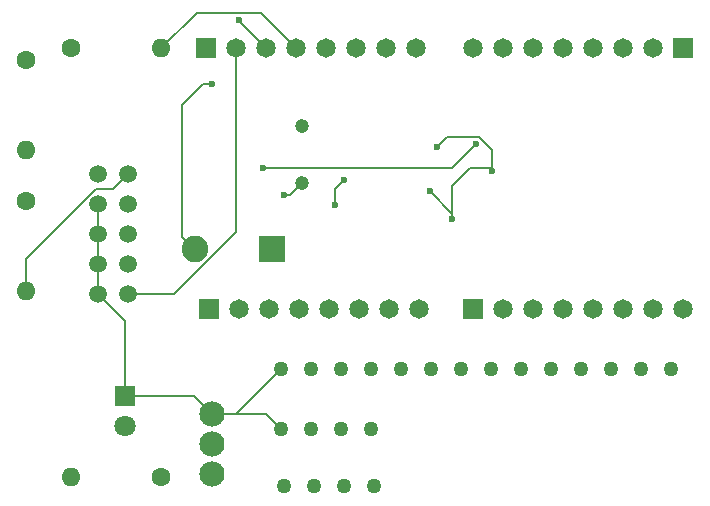
<source format=gbr>
%TF.GenerationSoftware,KiCad,Pcbnew,8.0.4*%
%TF.CreationDate,2024-08-01T20:05:25+05:30*%
%TF.ProjectId,Atmega32,41746d65-6761-4333-922e-6b696361645f,rev?*%
%TF.SameCoordinates,Original*%
%TF.FileFunction,Copper,L2,Bot*%
%TF.FilePolarity,Positive*%
%FSLAX46Y46*%
G04 Gerber Fmt 4.6, Leading zero omitted, Abs format (unit mm)*
G04 Created by KiCad (PCBNEW 8.0.4) date 2024-08-01 20:05:25*
%MOMM*%
%LPD*%
G01*
G04 APERTURE LIST*
%TA.AperFunction,ComponentPad*%
%ADD10C,1.498600*%
%TD*%
%TA.AperFunction,ComponentPad*%
%ADD11R,1.651000X1.651000*%
%TD*%
%TA.AperFunction,ComponentPad*%
%ADD12C,1.651000*%
%TD*%
%TA.AperFunction,ComponentPad*%
%ADD13C,2.133600*%
%TD*%
%TA.AperFunction,ComponentPad*%
%ADD14R,1.800000X1.800000*%
%TD*%
%TA.AperFunction,ComponentPad*%
%ADD15C,1.800000*%
%TD*%
%TA.AperFunction,ComponentPad*%
%ADD16C,1.600000*%
%TD*%
%TA.AperFunction,ComponentPad*%
%ADD17O,1.600000X1.600000*%
%TD*%
%TA.AperFunction,ComponentPad*%
%ADD18R,2.250000X2.250000*%
%TD*%
%TA.AperFunction,ComponentPad*%
%ADD19C,2.250000*%
%TD*%
%TA.AperFunction,ComponentPad*%
%ADD20C,1.270000*%
%TD*%
%TA.AperFunction,ComponentPad*%
%ADD21C,1.193800*%
%TD*%
%TA.AperFunction,ViaPad*%
%ADD22C,0.600000*%
%TD*%
%TA.AperFunction,Conductor*%
%ADD23C,0.200000*%
%TD*%
G04 APERTURE END LIST*
D10*
%TO.P,prog1,1,1*%
%TO.N,/MOSI*%
X144018000Y-52070000D03*
%TO.P,prog1,2,2*%
%TO.N,+5*%
X141478000Y-52070000D03*
%TO.P,prog1,3,3*%
%TO.N,unconnected-(prog1-Pad3)*%
X144018000Y-54610000D03*
%TO.P,prog1,4,4*%
%TO.N,GND*%
X141478000Y-54610000D03*
%TO.P,prog1,5,5*%
%TO.N,/RESET*%
X144018000Y-57150000D03*
%TO.P,prog1,6,6*%
%TO.N,GND*%
X141478000Y-57150000D03*
%TO.P,prog1,7,7*%
%TO.N,/SCK*%
X144018000Y-59690000D03*
%TO.P,prog1,8,8*%
%TO.N,GND*%
X141478000Y-59690000D03*
%TO.P,prog1,9,9*%
%TO.N,/MISO*%
X144018000Y-62230000D03*
%TO.P,prog1,10,10*%
%TO.N,GND*%
X141478000Y-62230000D03*
%TD*%
D11*
%TO.P,PA1,1,1*%
%TO.N,Net-(U1-PA7_(ADC7))*%
X191008000Y-41402000D03*
D12*
%TO.P,PA1,2,2*%
%TO.N,Net-(U1-PA6_(ADC6))*%
X188468000Y-41402000D03*
%TO.P,PA1,3,3*%
%TO.N,Net-(U1-PA5_(ADC5))*%
X185928000Y-41402000D03*
%TO.P,PA1,4,4*%
%TO.N,Net-(U1-PA4_(ADC4))*%
X183388000Y-41402000D03*
%TO.P,PA1,5,5*%
%TO.N,Net-(U1-PA3_(ADC3))*%
X180848000Y-41402000D03*
%TO.P,PA1,6,6*%
%TO.N,Net-(U1-PA2_(ADC2))*%
X178308000Y-41402000D03*
%TO.P,PA1,7,7*%
%TO.N,Net-(U1-PA1_(ADC1))*%
X175768000Y-41402000D03*
%TO.P,PA1,8,8*%
%TO.N,Net-(U1-PA0_(ADC0))*%
X173228000Y-41402000D03*
%TD*%
D13*
%TO.P,R3,1,CCW*%
%TO.N,GND*%
X151130000Y-72390000D03*
%TO.P,R3,2,WIPER*%
%TO.N,Net-(R3-WIPER)*%
X151130000Y-74930000D03*
%TO.P,R3,3,CW*%
%TO.N,+5*%
X151130000Y-77470000D03*
%TD*%
D14*
%TO.P,D1,1,C*%
%TO.N,GND*%
X143764000Y-70866000D03*
D15*
%TO.P,D1,2,A*%
%TO.N,Net-(D1-A)*%
X143764000Y-73406000D03*
%TD*%
D11*
%TO.P,PD1,1,1*%
%TO.N,Net-(U1-PD0_(RXD))*%
X150876000Y-63500000D03*
D12*
%TO.P,PD1,2,2*%
%TO.N,Net-(U1-PD1_(TXD))*%
X153416000Y-63500000D03*
%TO.P,PD1,3,3*%
%TO.N,Net-(U1-PD2_(INT0))*%
X155956000Y-63500000D03*
%TO.P,PD1,4,4*%
%TO.N,Net-(U1-PD3_(INT1))*%
X158496000Y-63500000D03*
%TO.P,PD1,5,5*%
%TO.N,Net-(U1-PD4_(OC1B))*%
X161036000Y-63500000D03*
%TO.P,PD1,6,6*%
%TO.N,/EN*%
X163576000Y-63500000D03*
%TO.P,PD1,7,7*%
%TO.N,/RW*%
X166116000Y-63500000D03*
%TO.P,PD1,8,8*%
%TO.N,/RS*%
X168656000Y-63500000D03*
%TD*%
D16*
%TO.P,R1,1,1*%
%TO.N,+5*%
X135382000Y-42418000D03*
D17*
%TO.P,R1,2,2*%
%TO.N,/RESET*%
X135382000Y-50038000D03*
%TD*%
D18*
%TO.P,SW1,1,1*%
%TO.N,GND*%
X156158000Y-58420000D03*
D19*
%TO.P,SW1,2,2*%
%TO.N,/RESET*%
X149658000Y-58420000D03*
%TD*%
D11*
%TO.P,PC1,1,1*%
%TO.N,/DO*%
X173228000Y-63500000D03*
D12*
%TO.P,PC1,2,2*%
%TO.N,/D1*%
X175768000Y-63500000D03*
%TO.P,PC1,3,3*%
%TO.N,/D2*%
X178308000Y-63500000D03*
%TO.P,PC1,4,4*%
%TO.N,/D3*%
X180848000Y-63500000D03*
%TO.P,PC1,5,5*%
%TO.N,/D4*%
X183388000Y-63500000D03*
%TO.P,PC1,6,6*%
%TO.N,/D5*%
X185928000Y-63500000D03*
%TO.P,PC1,7,7*%
%TO.N,/D6*%
X188468000Y-63500000D03*
%TO.P,PC1,8,8*%
%TO.N,/D7*%
X191008000Y-63500000D03*
%TD*%
D20*
%TO.P,lcd1,1,1*%
%TO.N,GND*%
X156972000Y-68580000D03*
%TO.P,lcd1,2,2*%
%TO.N,+5*%
X159512000Y-68580000D03*
%TO.P,lcd1,3,3*%
%TO.N,Net-(R3-WIPER)*%
X162052000Y-68580000D03*
%TO.P,lcd1,4,4*%
%TO.N,/RS*%
X164592000Y-68580000D03*
%TO.P,lcd1,5,5*%
%TO.N,/RW*%
X167132000Y-68580000D03*
%TO.P,lcd1,6,6*%
%TO.N,/EN*%
X169672000Y-68580000D03*
%TO.P,lcd1,7,7*%
%TO.N,/DO*%
X172212000Y-68580000D03*
%TO.P,lcd1,8,8*%
%TO.N,/D1*%
X174752000Y-68580000D03*
%TO.P,lcd1,9,9*%
%TO.N,/D2*%
X177292000Y-68580000D03*
%TO.P,lcd1,10,10*%
%TO.N,/D3*%
X179832000Y-68580000D03*
%TO.P,lcd1,11,11*%
%TO.N,/D4*%
X182372000Y-68580000D03*
%TO.P,lcd1,12,12*%
%TO.N,/D5*%
X184912000Y-68580000D03*
%TO.P,lcd1,13,13*%
%TO.N,/D6*%
X187452000Y-68580000D03*
%TO.P,lcd1,14,14*%
%TO.N,/D7*%
X189992000Y-68580000D03*
%TD*%
D11*
%TO.P,PB1,1,1*%
%TO.N,/SCK*%
X150622000Y-41402000D03*
D12*
%TO.P,PB1,2,2*%
%TO.N,/MISO*%
X153162000Y-41402000D03*
%TO.P,PB1,3,3*%
%TO.N,/MOSI*%
X155702000Y-41402000D03*
%TO.P,PB1,4,4*%
%TO.N,Net-(U1-PB4_(~{SS}))*%
X158242000Y-41402000D03*
%TO.P,PB1,5,5*%
%TO.N,Net-(U1-PB3_(OC0{slash}AIN1))*%
X160782000Y-41402000D03*
%TO.P,PB1,6,6*%
%TO.N,Net-(U1-PB2_(INT2{slash}AIN0))*%
X163322000Y-41402000D03*
%TO.P,PB1,7,7*%
%TO.N,Net-(U1-PB1_(T1))*%
X165862000Y-41402000D03*
%TO.P,PB1,8,8*%
%TO.N,Net-(U1-PB0_(XCK{slash}T0))*%
X168402000Y-41402000D03*
%TD*%
D16*
%TO.P,R5,1,1*%
%TO.N,+5*%
X135382000Y-54356000D03*
D17*
%TO.P,R5,2,2*%
%TO.N,/MOSI*%
X135382000Y-61976000D03*
%TD*%
D20*
%TO.P,v1,1,1*%
%TO.N,+5*%
X157226000Y-78486000D03*
%TO.P,v1,2,2*%
X159766000Y-78486000D03*
%TO.P,v1,3,3*%
X162306000Y-78486000D03*
%TO.P,v1,4,4*%
X164846000Y-78486000D03*
%TD*%
D21*
%TO.P,Y1,1,1*%
%TO.N,Net-(U1-XTAL2)*%
X158750000Y-52832000D03*
%TO.P,Y1,2,2*%
%TO.N,Net-(U1-XTAL1)*%
X158750000Y-47951999D03*
%TD*%
D16*
%TO.P,R4,1,1*%
%TO.N,+5*%
X139192000Y-41402000D03*
D17*
%TO.P,R4,2,2*%
%TO.N,Net-(U1-PB4_(~{SS}))*%
X146812000Y-41402000D03*
%TD*%
D20*
%TO.P,g1,1,1*%
%TO.N,GND*%
X156972000Y-73660000D03*
%TO.P,g1,2,2*%
X159512000Y-73660000D03*
%TO.P,g1,3,3*%
X162052000Y-73660000D03*
%TO.P,g1,4,4*%
X164592000Y-73660000D03*
%TD*%
D16*
%TO.P,R2,1,1*%
%TO.N,Net-(D1-A)*%
X146812000Y-77724000D03*
D17*
%TO.P,R2,2,2*%
%TO.N,+5*%
X139192000Y-77724000D03*
%TD*%
D22*
%TO.N,/RESET*%
X151130000Y-44450000D03*
%TO.N,/MOSI*%
X153416000Y-39024000D03*
%TO.N,GND*%
X171450000Y-55880000D03*
X169531000Y-53481000D03*
X162306000Y-52578000D03*
X161544000Y-54666000D03*
X174826265Y-51741735D03*
X170180000Y-49784000D03*
%TO.N,Net-(U1-XTAL2)*%
X157226000Y-53848000D03*
%TO.N,Net-(U1-AREF)*%
X173482000Y-49530000D03*
X155448000Y-51562000D03*
%TD*%
D23*
%TO.N,/RESET*%
X148590000Y-57352000D02*
X149658000Y-58420000D01*
X148590000Y-46228000D02*
X148590000Y-57352000D01*
X150368000Y-44450000D02*
X148590000Y-46228000D01*
X151130000Y-44450000D02*
X150368000Y-44450000D01*
%TO.N,Net-(U1-PB4_(~{SS}))*%
X155264000Y-38424000D02*
X158242000Y-41402000D01*
X149790000Y-38424000D02*
X155264000Y-38424000D01*
X146812000Y-41402000D02*
X149790000Y-38424000D01*
%TO.N,/MOSI*%
X153416000Y-39024000D02*
X153416000Y-39116000D01*
X142748000Y-53340000D02*
X144018000Y-52070000D01*
X135382000Y-61976000D02*
X135382000Y-59222065D01*
X141264065Y-53340000D02*
X142748000Y-53340000D01*
X153416000Y-39116000D02*
X155702000Y-41402000D01*
X135382000Y-59222065D02*
X141264065Y-53340000D01*
%TO.N,GND*%
X143764000Y-64516000D02*
X143764000Y-70866000D01*
X171450000Y-53086000D02*
X172974000Y-51562000D01*
X170180000Y-49784000D02*
X171034000Y-48930000D01*
X161544000Y-54666000D02*
X161544000Y-53340000D01*
X151130000Y-72390000D02*
X153162000Y-72390000D01*
X141478000Y-59690000D02*
X141478000Y-57150000D01*
X161544000Y-53340000D02*
X162306000Y-52578000D01*
X174646530Y-51562000D02*
X174826265Y-51741735D01*
X169531000Y-53481000D02*
X171450000Y-55400000D01*
X141478000Y-62230000D02*
X141478000Y-59690000D01*
X141478000Y-57150000D02*
X141478000Y-54610000D01*
X171034000Y-48930000D02*
X173730529Y-48930000D01*
X173730529Y-48930000D02*
X174826265Y-50025736D01*
X155702000Y-72390000D02*
X156972000Y-73660000D01*
X172974000Y-51562000D02*
X174646530Y-51562000D01*
X174826265Y-50025736D02*
X174826265Y-51741735D01*
X171450000Y-55400000D02*
X171450000Y-55880000D01*
X141478000Y-62230000D02*
X143764000Y-64516000D01*
X171450000Y-55400000D02*
X171450000Y-53086000D01*
X153162000Y-72390000D02*
X156972000Y-68580000D01*
X149606000Y-70866000D02*
X151130000Y-72390000D01*
X153162000Y-72390000D02*
X155702000Y-72390000D01*
X143764000Y-70866000D02*
X149606000Y-70866000D01*
%TO.N,/MISO*%
X153162000Y-56931255D02*
X153162000Y-41402000D01*
X144018000Y-62230000D02*
X147863255Y-62230000D01*
X147863255Y-62230000D02*
X153162000Y-56931255D01*
%TO.N,Net-(U1-XTAL2)*%
X157734000Y-53848000D02*
X158750000Y-52832000D01*
X157226000Y-53848000D02*
X157734000Y-53848000D01*
%TO.N,Net-(U1-AREF)*%
X173482000Y-49530000D02*
X171450000Y-51562000D01*
X171450000Y-51562000D02*
X155448000Y-51562000D01*
%TD*%
M02*

</source>
